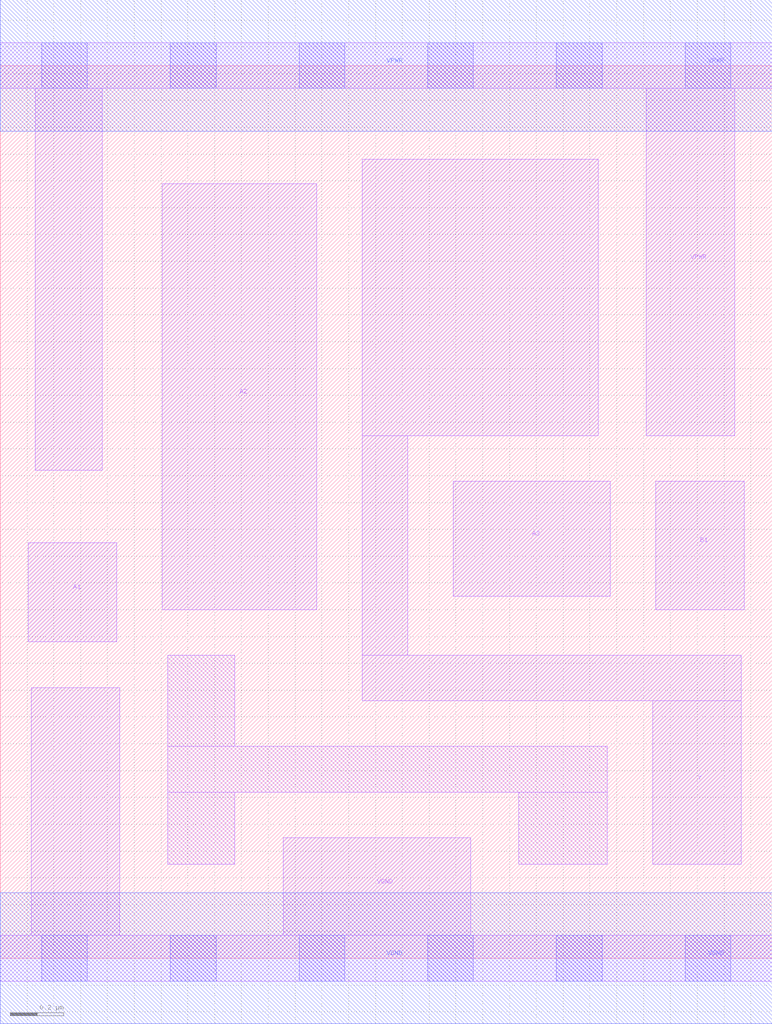
<source format=lef>
# Copyright 2020 The SkyWater PDK Authors
#
# Licensed under the Apache License, Version 2.0 (the "License");
# you may not use this file except in compliance with the License.
# You may obtain a copy of the License at
#
#     https://www.apache.org/licenses/LICENSE-2.0
#
# Unless required by applicable law or agreed to in writing, software
# distributed under the License is distributed on an "AS IS" BASIS,
# WITHOUT WARRANTIES OR CONDITIONS OF ANY KIND, either express or implied.
# See the License for the specific language governing permissions and
# limitations under the License.
#
# SPDX-License-Identifier: Apache-2.0

VERSION 5.7 ;
  NAMESCASESENSITIVE ON ;
  NOWIREEXTENSIONATPIN ON ;
  DIVIDERCHAR "/" ;
  BUSBITCHARS "[]" ;
UNITS
  DATABASE MICRONS 200 ;
END UNITS
MACRO sky130_fd_sc_ms__o31ai_1
  CLASS CORE ;
  SOURCE USER ;
  FOREIGN sky130_fd_sc_ms__o31ai_1 ;
  ORIGIN  0.000000  0.000000 ;
  SIZE  2.880000 BY  3.330000 ;
  SYMMETRY X Y ;
  SITE unit ;
  PIN A1
    ANTENNAGATEAREA  0.312600 ;
    DIRECTION INPUT ;
    USE SIGNAL ;
    PORT
      LAYER li1 ;
        RECT 0.105000 1.180000 0.435000 1.550000 ;
    END
  END A1
  PIN A2
    ANTENNAGATEAREA  0.312600 ;
    DIRECTION INPUT ;
    USE SIGNAL ;
    PORT
      LAYER li1 ;
        RECT 0.605000 1.300000 1.180000 2.890000 ;
    END
  END A2
  PIN A3
    ANTENNAGATEAREA  0.312600 ;
    DIRECTION INPUT ;
    USE SIGNAL ;
    PORT
      LAYER li1 ;
        RECT 1.690000 1.350000 2.275000 1.780000 ;
    END
  END A3
  PIN B1
    ANTENNAGATEAREA  0.312600 ;
    DIRECTION INPUT ;
    USE SIGNAL ;
    PORT
      LAYER li1 ;
        RECT 2.445000 1.300000 2.775000 1.780000 ;
    END
  END B1
  PIN Y
    ANTENNADIFFAREA  0.987100 ;
    DIRECTION OUTPUT ;
    USE SIGNAL ;
    PORT
      LAYER li1 ;
        RECT 1.350000 0.960000 2.765000 1.130000 ;
        RECT 1.350000 1.130000 1.520000 1.950000 ;
        RECT 1.350000 1.950000 2.230000 2.980000 ;
        RECT 2.435000 0.350000 2.765000 0.960000 ;
    END
  END Y
  PIN VGND
    DIRECTION INOUT ;
    USE GROUND ;
    PORT
      LAYER li1 ;
        RECT 0.000000 -0.085000 2.880000 0.085000 ;
        RECT 0.115000  0.085000 0.445000 1.010000 ;
        RECT 1.055000  0.085000 1.755000 0.450000 ;
      LAYER mcon ;
        RECT 0.155000 -0.085000 0.325000 0.085000 ;
        RECT 0.635000 -0.085000 0.805000 0.085000 ;
        RECT 1.115000 -0.085000 1.285000 0.085000 ;
        RECT 1.595000 -0.085000 1.765000 0.085000 ;
        RECT 2.075000 -0.085000 2.245000 0.085000 ;
        RECT 2.555000 -0.085000 2.725000 0.085000 ;
      LAYER met1 ;
        RECT 0.000000 -0.245000 2.880000 0.245000 ;
    END
  END VGND
  PIN VPWR
    DIRECTION INOUT ;
    USE POWER ;
    PORT
      LAYER li1 ;
        RECT 0.000000 3.245000 2.880000 3.415000 ;
        RECT 0.130000 1.820000 0.380000 3.245000 ;
        RECT 2.410000 1.950000 2.740000 3.245000 ;
      LAYER mcon ;
        RECT 0.155000 3.245000 0.325000 3.415000 ;
        RECT 0.635000 3.245000 0.805000 3.415000 ;
        RECT 1.115000 3.245000 1.285000 3.415000 ;
        RECT 1.595000 3.245000 1.765000 3.415000 ;
        RECT 2.075000 3.245000 2.245000 3.415000 ;
        RECT 2.555000 3.245000 2.725000 3.415000 ;
      LAYER met1 ;
        RECT 0.000000 3.085000 2.880000 3.575000 ;
    END
  END VPWR
  OBS
    LAYER li1 ;
      RECT 0.625000 0.350000 0.875000 0.620000 ;
      RECT 0.625000 0.620000 2.265000 0.790000 ;
      RECT 0.625000 0.790000 0.875000 1.130000 ;
      RECT 1.935000 0.350000 2.265000 0.620000 ;
  END
END sky130_fd_sc_ms__o31ai_1

</source>
